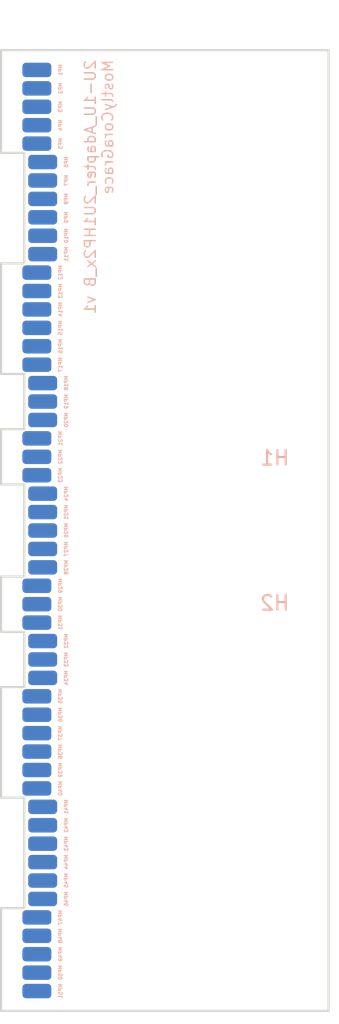
<source format=kicad_pcb>
(kicad_pcb (version 20240108) (generator "pcbnew") (generator_version "8.0")
  (layers (0 "F.Cu" signal) (31 "B.Cu" signal) (34 "B.Paste" user) (35 "F.Paste" user) (36 "B.SilkS" user "B.Silkscreen") (37 "F.SilkS" user "F.Silkscreen") (38 "B.Mask" user) (39 "F.Mask" user) (44 "Edge.Cuts" user))
  (net 0 "")
  (footprint "EXC:SolderWirePad_1x01_SMD_1x2mm" (layer "B.Cu") (at 2.47 26.67 -90)
    (property "Reference" "MP12" (at 0 -1.6256 90) (layer "B.SilkS") (effects (font (size 0.25 0.25) (thickness 0.06)) (justify mirror)))
    (property "Value" "Mechanical_Pad_Solder_Linkage")
    (pad "1" smd roundrect (at 0 0 270) (size 1 2) (layers "B.Cu" "B.Paste" "B.Mask"))
  )
  (footprint "EXC:SolderWirePad_1x01_SMD_1x2mm" (layer "B.Cu") (at 2.47 58.42 -90)
    (property "Reference" "MP37" (at 0 -1.6256 90) (layer "B.SilkS") (effects (font (size 0.25 0.25) (thickness 0.06)) (justify mirror)))
    (property "Value" "Mechanical_Pad_Solder_Linkage")
    (pad "1" smd roundrect (at 0 0 270) (size 1 2) (layers "B.Cu" "B.Paste" "B.Mask"))
  )
  (footprint "EXC:SolderWirePad_1x01_SMD_1x2mm" (layer "B.Cu") (at 2.47 60.96 -90)
    (property "Reference" "MP39" (at 0 -1.6256 90) (layer "B.SilkS") (effects (font (size 0.25 0.25) (thickness 0.06)) (justify mirror)))
    (property "Value" "Mechanical_Pad_Solder_Linkage")
    (pad "1" smd roundrect (at 0 0 270) (size 1 2) (layers "B.Cu" "B.Paste" "B.Mask"))
  )
  (footprint "EXC:SolderWirePad_1x01_SMD_1x2mm" (layer "B.Cu") (at 2.47 13.97 -90)
    (property "Reference" "MP2" (at 0 -1.6256 90) (layer "B.SilkS") (effects (font (size 0.25 0.25) (thickness 0.06)) (justify mirror)))
    (property "Value" "Mechanical_Pad_Solder_Linkage")
    (pad "1" smd roundrect (at 0 0 270) (size 1 2) (layers "B.Cu" "B.Paste" "B.Mask"))
  )
  (footprint "EXC:SolderWirePad_1x01_SMD_1x2mm" (layer "B.Cu") (at 2.47 76.2 -90)
    (property "Reference" "MP51" (at 0 -1.6256 90) (layer "B.SilkS") (effects (font (size 0.25 0.25) (thickness 0.06)) (justify mirror)))
    (property "Value" "Mechanical_Pad_Solder_Linkage" (hide yes))
    (pad "1" smd roundrect (at 0 0 270) (size 1 2) (layers "B.Cu" "B.Paste" "B.Mask"))
  )
  (footprint "EXC:SolderWirePad_1x01_SMD_1x2mm" (layer "B.Cu") (at 2.87 46.99 -90)
    (property "Reference" "MP28" (at 0 -1.6256 90) (layer "B.SilkS") (effects (font (size 0.25 0.25) (thickness 0.06)) (justify mirror)))
    (property "Value" "Mechanical_Pad_Solder_Linkage")
    (pad "1" smd roundrect (at 0 0 270) (size 1 2) (layers "B.Cu" "B.Paste" "B.Mask"))
  )
  (footprint "EXC:SolderWirePad_1x01_SMD_1x2mm" (layer "B.Cu") (at 2.87 63.5 -90)
    (property "Reference" "MP41" (at 0 -1.6256 90) (layer "B.SilkS") (effects (font (size 0.25 0.25) (thickness 0.06)) (justify mirror)))
    (property "Value" "Mechanical_Pad_Solder_Linkage")
    (pad "1" smd roundrect (at 0 0 270) (size 1 2) (layers "B.Cu" "B.Paste" "B.Mask"))
  )
  (footprint "EXC:SolderWirePad_1x01_SMD_1x2mm" (layer "B.Cu") (at 2.47 73.66 -90)
    (property "Reference" "MP49" (at 0 -1.6256 90) (layer "B.SilkS") (effects (font (size 0.25 0.25) (thickness 0.06)) (justify mirror)))
    (property "Value" "Mechanical_Pad_Solder_Linkage")
    (pad "1" smd roundrect (at 0 0 270) (size 1 2) (layers "B.Cu" "B.Paste" "B.Mask"))
  )
  (footprint "EXC:SolderWirePad_1x01_SMD_1x2mm" (layer "B.Cu") (at 2.87 68.58 -90)
    (property "Reference" "MP45" (at 0 -1.6256 90) (layer "B.SilkS") (effects (font (size 0.25 0.25) (thickness 0.06)) (justify mirror)))
    (property "Value" "Mechanical_Pad_Solder_Linkage")
    (pad "1" smd roundrect (at 0 0 270) (size 1 2) (layers "B.Cu" "B.Paste" "B.Mask"))
  )
  (footprint "EXC:SolderWirePad_1x01_SMD_1x2mm" (layer "B.Cu") (at 2.87 24.13 -90)
    (property "Reference" "MP10" (at 0 -1.6256 90) (layer "B.SilkS") (effects (font (size 0.25 0.25) (thickness 0.06)) (justify mirror)))
    (property "Value" "Mechanical_Pad_Solder_Linkage")
    (pad "1" smd roundrect (at 0 0 270) (size 1 2) (layers "B.Cu" "B.Paste" "B.Mask"))
  )
  (footprint "EXC:SolderWirePad_1x01_SMD_1x2mm" (layer "B.Cu") (at 2.47 40.64 -90)
    (property "Reference" "MP23" (at 0 -1.6256 90) (layer "B.SilkS") (effects (font (size 0.25 0.25) (thickness 0.06)) (justify mirror)))
    (property "Value" "Mechanical_Pad_Solder_Linkage")
    (pad "1" smd roundrect (at 0 0 270) (size 1 2) (layers "B.Cu" "B.Paste" "B.Mask"))
  )
  (footprint "EXC:SolderWirePad_1x01_SMD_1x2mm" (layer "B.Cu") (at 2.47 17.78 -90)
    (property "Reference" "MP5" (at 0 -1.6256 90) (layer "B.SilkS") (effects (font (size 0.25 0.25) (thickness 0.06)) (justify mirror)))
    (property "Value" "Mechanical_Pad_Solder_Linkage")
    (pad "1" smd roundrect (at 0 0 270) (size 1 2) (layers "B.Cu" "B.Paste" "B.Mask"))
  )
  (footprint "EXC:SolderWirePad_1x01_SMD_1x2mm" (layer "B.Cu") (at 2.87 44.45 -90)
    (property "Reference" "MP26" (at 0 -1.6256 90) (layer "B.SilkS") (effects (font (size 0.25 0.25) (thickness 0.06)) (justify mirror)))
    (property "Value" "Mechanical_Pad_Solder_Linkage")
    (pad "1" smd roundrect (at 0 0 270) (size 1 2) (layers "B.Cu" "B.Paste" "B.Mask"))
  )
  (footprint "EXC:SolderWirePad_1x01_SMD_1x2mm" (layer "B.Cu") (at 2.47 72.39 -90)
    (property "Reference" "MP48" (at 0 -1.6256 90) (layer "B.SilkS") (effects (font (size 0.25 0.25) (thickness 0.06)) (justify mirror)))
    (property "Value" "Mechanical_Pad_Solder_Linkage")
    (pad "1" smd roundrect (at 0 0 270) (size 1 2) (layers "B.Cu" "B.Paste" "B.Mask"))
  )
  (footprint "EXC:SolderWirePad_1x01_SMD_1x2mm" (layer "B.Cu") (at 2.47 29.21 -90)
    (property "Reference" "MP14" (at 0 -1.6256 90) (layer "B.SilkS") (effects (font (size 0.25 0.25) (thickness 0.06)) (justify mirror)))
    (property "Value" "Mechanical_Pad_Solder_Linkage")
    (pad "1" smd roundrect (at 0 0 270) (size 1 2) (layers "B.Cu" "B.Paste" "B.Mask"))
  )
  (footprint "EXC:SolderWirePad_1x01_SMD_1x2mm" (layer "B.Cu") (at 2.47 15.24 -90)
    (property "Reference" "MP3" (at 0 -1.6256 90) (layer "B.SilkS") (effects (font (size 0.25 0.25) (thickness 0.06)) (justify mirror)))
    (property "Value" "Mechanical_Pad_Solder_Linkage")
    (pad "1" smd roundrect (at 0 0 270) (size 1 2) (layers "B.Cu" "B.Paste" "B.Mask"))
  )
  (footprint "EXC:SolderWirePad_1x01_SMD_1x2mm" (layer "B.Cu") (at 2.47 62.23 -90)
    (property "Reference" "MP40" (at 0 -1.6256 90) (layer "B.SilkS") (effects (font (size 0.25 0.25) (thickness 0.06)) (justify mirror)))
    (property "Value" "Mechanical_Pad_Solder_Linkage")
    (pad "1" smd roundrect (at 0 0 270) (size 1 2) (layers "B.Cu" "B.Paste" "B.Mask"))
  )
  (footprint "EXC:SolderWirePad_1x01_SMD_1x2mm" (layer "B.Cu") (at 2.47 31.75 -90)
    (property "Reference" "MP16" (at 0 -1.6256 90) (layer "B.SilkS") (effects (font (size 0.25 0.25) (thickness 0.06)) (justify mirror)))
    (property "Value" "Mechanical_Pad_Solder_Linkage")
    (pad "1" smd roundrect (at 0 0 270) (size 1 2) (layers "B.Cu" "B.Paste" "B.Mask"))
  )
  (footprint "EXC:MountingHole_3.2mm_M3" (layer "B.Cu") (at 13.1 49.45 180)
    (property "Reference" "H2" (at -4.68 0 0) (layer "B.SilkS") (effects (justify right mirror)))
    (property "Value" "Eurorack_M3_MountingHole")
    (pad "" np_thru_hole oval (at 0 0 180) (size 7.8 5.2) (drill oval 7.8 5.2) (layers "F&B.Cu" "*.Mask"))
  )
  (footprint "EXC:SolderWirePad_1x01_SMD_1x2mm" (layer "B.Cu") (at 2.87 43.18 -90)
    (property "Reference" "MP25" (at 0 -1.6256 90) (layer "B.SilkS") (effects (font (size 0.25 0.25) (thickness 0.06)) (justify mirror)))
    (property "Value" "Mechanical_Pad_Solder_Linkage")
    (pad "1" smd roundrect (at 0 0 270) (size 1 2) (layers "B.Cu" "B.Paste" "B.Mask"))
  )
  (footprint "EXC:SolderWirePad_1x01_SMD_1x2mm" (layer "B.Cu") (at 2.47 74.93 -90)
    (property "Reference" "MP50" (at 0 -1.6256 90) (layer "B.SilkS") (effects (font (size 0.25 0.25) (thickness 0.06)) (justify mirror)))
    (property "Value" "Mechanical_Pad_Solder_Linkage" (hide yes))
    (pad "1" smd roundrect (at 0 0 270) (size 1 2) (layers "B.Cu" "B.Paste" "B.Mask"))
  )
  (footprint "EXC:SolderWirePad_1x01_SMD_1x2mm" (layer "B.Cu") (at 2.47 50.8 -90)
    (property "Reference" "MP31" (at 0 -1.6256 90) (layer "B.SilkS") (effects (font (size 0.25 0.25) (thickness 0.06)) (justify mirror)))
    (property "Value" "Mechanical_Pad_Solder_Linkage")
    (pad "1" smd roundrect (at 0 0 270) (size 1 2) (layers "B.Cu" "B.Paste" "B.Mask"))
  )
  (footprint "EXC:SolderWirePad_1x01_SMD_1x2mm" (layer "B.Cu") (at 2.87 35.56 -90)
    (property "Reference" "MP19" (at 0 -1.6256 90) (layer "B.SilkS") (effects (font (size 0.25 0.25) (thickness 0.06)) (justify mirror)))
    (property "Value" "Mechanical_Pad_Solder_Linkage")
    (pad "1" smd roundrect (at 0 0 270) (size 1 2) (layers "B.Cu" "B.Paste" "B.Mask"))
  )
  (footprint "EXC:SolderWirePad_1x01_SMD_1x2mm" (layer "B.Cu") (at 2.87 45.72 -90)
    (property "Reference" "MP27" (at 0 -1.6256 90) (layer "B.SilkS") (effects (font (size 0.25 0.25) (thickness 0.06)) (justify mirror)))
    (property "Value" "Mechanical_Pad_Solder_Linkage")
    (pad "1" smd roundrect (at 0 0 270) (size 1 2) (layers "B.Cu" "B.Paste" "B.Mask"))
  )
  (footprint "EXC:SolderWirePad_1x01_SMD_1x2mm" (layer "B.Cu") (at 2.47 71.12 -90)
    (property "Reference" "MP47" (at 0 -1.6256 90) (layer "B.SilkS") (effects (font (size 0.25 0.25) (thickness 0.06)) (justify mirror)))
    (property "Value" "Mechanical_Pad_Solder_Linkage")
    (pad "1" smd roundrect (at 0 0 270) (size 1 2) (layers "B.Cu" "B.Paste" "B.Mask"))
  )
  (footprint "EXC:SolderWirePad_1x01_SMD_1x2mm" (layer "B.Cu") (at 2.47 49.53 -90)
    (property "Reference" "MP30" (at 0 -1.6256 90) (layer "B.SilkS") (effects (font (size 0.25 0.25) (thickness 0.06)) (justify mirror)))
    (property "Value" "Mechanical_Pad_Solder_Linkage")
    (pad "1" smd roundrect (at 0 0 270) (size 1 2) (layers "B.Cu" "B.Paste" "B.Mask"))
  )
  (footprint "EXC:SolderWirePad_1x01_SMD_1x2mm" (layer "B.Cu") (at 2.47 30.48 -90)
    (property "Reference" "MP15" (at 0 -1.6256 90) (layer "B.SilkS") (effects (font (size 0.25 0.25) (thickness 0.06)) (justify mirror)))
    (property "Value" "Mechanical_Pad_Solder_Linkage")
    (pad "1" smd roundrect (at 0 0 270) (size 1 2) (layers "B.Cu" "B.Paste" "B.Mask"))
  )
  (footprint "EXC:SolderWirePad_1x01_SMD_1x2mm" (layer "B.Cu") (at 2.47 12.7 -90)
    (property "Reference" "MP1" (at 0 -1.6256 90) (layer "B.SilkS") (effects (font (size 0.25 0.25) (thickness 0.06)) (justify mirror)))
    (property "Value" "Mechanical_Pad_Solder_Linkage")
    (pad "1" smd roundrect (at 0 0 270) (size 1 2) (layers "B.Cu" "B.Paste" "B.Mask"))
  )
  (footprint "EXC:SolderWirePad_1x01_SMD_1x2mm" (layer "B.Cu") (at 2.87 36.83 -90)
    (property "Reference" "MP20" (at 0 -1.6256 90) (layer "B.SilkS") (effects (font (size 0.25 0.25) (thickness 0.06)) (justify mirror)))
    (property "Value" "Mechanical_Pad_Solder_Linkage")
    (pad "1" smd roundrect (at 0 0 270) (size 1 2) (layers "B.Cu" "B.Paste" "B.Mask"))
  )
  (footprint "EXC:SolderWirePad_1x01_SMD_1x2mm" (layer "B.Cu") (at 2.87 41.91 -90)
    (property "Reference" "MP24" (at 0 -1.6256 90) (layer "B.SilkS") (effects (font (size 0.25 0.25) (thickness 0.06)) (justify mirror)))
    (property "Value" "Mechanical_Pad_Solder_Linkage")
    (pad "1" smd roundrect (at 0 0 270) (size 1 2) (layers "B.Cu" "B.Paste" "B.Mask"))
  )
  (footprint "EXC:SolderWirePad_1x01_SMD_1x2mm" (layer "B.Cu") (at 2.47 39.37 -90)
    (property "Reference" "MP22" (at 0 -1.6256 90) (layer "B.SilkS") (effects (font (size 0.25 0.25) (thickness 0.06)) (justify mirror)))
    (property "Value" "Mechanical_Pad_Solder_Linkage")
    (pad "1" smd roundrect (at 0 0 270) (size 1 2) (layers "B.Cu" "B.Paste" "B.Mask"))
  )
  (footprint "EXC:SolderWirePad_1x01_SMD_1x2mm" (layer "B.Cu") (at 2.87 69.85 -90)
    (property "Reference" "MP46" (at 0 -1.6256 90) (layer "B.SilkS") (effects (font (size 0.25 0.25) (thickness 0.06)) (justify mirror)))
    (property "Value" "Mechanical_Pad_Solder_Linkage")
    (pad "1" smd roundrect (at 0 0 270) (size 1 2) (layers "B.Cu" "B.Paste" "B.Mask"))
  )
  (footprint "EXC:SolderWirePad_1x01_SMD_1x2mm" (layer "B.Cu") (at 2.87 67.31 -90)
    (property "Reference" "MP44" (at 0 -1.6256 90) (layer "B.SilkS") (effects (font (size 0.25 0.25) (thickness 0.06)) (justify mirror)))
    (property "Value" "Mechanical_Pad_Solder_Linkage")
    (pad "1" smd roundrect (at 0 0 270) (size 1 2) (layers "B.Cu" "B.Paste" "B.Mask"))
  )
  (footprint "EXC:SolderWirePad_1x01_SMD_1x2mm" (layer "B.Cu") (at 2.47 48.26 -90)
    (property "Reference" "MP29" (at 0 -1.6256 90) (layer "B.SilkS") (effects (font (size 0.25 0.25) (thickness 0.06)) (justify mirror)))
    (property "Value" "Mechanical_Pad_Solder_Linkage")
    (pad "1" smd roundrect (at 0 0 270) (size 1 2) (layers "B.Cu" "B.Paste" "B.Mask"))
  )
  (footprint "EXC:MountingHole_3.2mm_M3" (layer "B.Cu") (at 13.1 39.45 180)
    (property "Reference" "H1" (at -4.68 0 0) (layer "B.SilkS") (effects (justify right mirror)))
    (property "Value" "Eurorack_M3_MountingHole")
    (pad "" np_thru_hole oval (at 0 0 180) (size 7.8 5.2) (drill oval 7.8 5.2) (layers "F&B.Cu" "*.Mask"))
  )
  (footprint "EXC:SolderWirePad_1x01_SMD_1x2mm" (layer "B.Cu") (at 2.87 53.34 -90)
    (property "Reference" "MP33" (at 0 -1.6256 90) (layer "B.SilkS") (effects (font (size 0.25 0.25) (thickness 0.06)) (justify mirror)))
    (property "Value" "Mechanical_Pad_Solder_Linkage")
    (pad "1" smd roundrect (at 0 0 270) (size 1 2) (layers "B.Cu" "B.Paste" "B.Mask"))
  )
  (footprint "EXC:SolderWirePad_1x01_SMD_1x2mm" (layer "B.Cu") (at 2.87 64.77 -90)
    (property "Reference" "MP42" (at 0 -1.6256 90) (layer "B.SilkS") (effects (font (size 0.25 0.25) (thickness 0.06)) (justify mirror)))
    (property "Value" "Mechanical_Pad_Solder_Linkage")
    (pad "1" smd roundrect (at 0 0 270) (size 1 2) (layers "B.Cu" "B.Paste" "B.Mask"))
  )
  (footprint "EXC:SolderWirePad_1x01_SMD_1x2mm" (layer "B.Cu") (at 2.87 54.61 -90)
    (property "Reference" "MP34" (at 0 -1.6256 90) (layer "B.SilkS") (effects (font (size 0.25 0.25) (thickness 0.06)) (justify mirror)))
    (property "Value" "Mechanical_Pad_Solder_Linkage")
    (pad "1" smd roundrect (at 0 0 270) (size 1 2) (layers "B.Cu" "B.Paste" "B.Mask"))
  )
  (footprint "EXC:SolderWirePad_1x01_SMD_1x2mm" (layer "B.Cu") (at 2.87 21.59 -90)
    (property "Reference" "MP8" (at 0 -1.6256 90) (layer "B.SilkS") (effects (font (size 0.25 0.25) (thickness 0.06)) (justify mirror)))
    (property "Value" "Mechanical_Pad_Solder_Linkage")
    (pad "1" smd roundrect (at 0 0 270) (size 1 2) (layers "B.Cu" "B.Paste" "B.Mask"))
  )
  (footprint "EXC:SolderWirePad_1x01_SMD_1x2mm" (layer "B.Cu") (at 2.87 66.04 -90)
    (property "Reference" "MP43" (at 0 -1.6256 90) (layer "B.SilkS") (effects (font (size 0.25 0.25) (thickness 0.06)) (justify mirror)))
    (property "Value" "Mechanical_Pad_Solder_Linkage")
    (pad "1" smd roundrect (at 0 0 270) (size 1 2) (layers "B.Cu" "B.Paste" "B.Mask"))
  )
  (footprint "EXC:SolderWirePad_1x01_SMD_1x2mm" (layer "B.Cu") (at 2.47 38.1 -90)
    (property "Reference" "MP21" (at 0 -1.6256 90) (layer "B.SilkS") (effects (font (size 0.25 0.25) (thickness 0.06)) (justify mirror)))
    (property "Value" "Mechanical_Pad_Solder_Linkage")
    (pad "1" smd roundrect (at 0 0 270) (size 1 2) (layers "B.Cu" "B.Paste" "B.Mask"))
  )
  (footprint "EXC:SolderWirePad_1x01_SMD_1x2mm" (layer "B.Cu") (at 2.87 52.07 -90)
    (property "Reference" "MP32" (at 0 -1.6256 90) (layer "B.SilkS") (effects (font (size 0.25 0.25) (thickness 0.06)) (justify mirror)))
    (property "Value" "Mechanical_Pad_Solder_Linkage")
    (pad "1" smd roundrect (at 0 0 270) (size 1 2) (layers "B.Cu" "B.Paste" "B.Mask"))
  )
  (footprint "EXC:SolderWirePad_1x01_SMD_1x2mm" (layer "B.Cu") (at 2.87 20.32 -90)
    (property "Reference" "MP7" (at 0 -1.6256 90) (layer "B.SilkS") (effects (font (size 0.25 0.25) (thickness 0.06)) (justify mirror)))
    (property "Value" "Mechanical_Pad_Solder_Linkage")
    (pad "1" smd roundrect (at 0 0 270) (size 1 2) (layers "B.Cu" "B.Paste" "B.Mask"))
  )
  (footprint "EXC:SolderWirePad_1x01_SMD_1x2mm" (layer "B.Cu") (at 2.87 22.86 -90)
    (property "Reference" "MP9" (at 0 -1.6256 90) (layer "B.SilkS") (effects (font (size 0.25 0.25) (thickness 0.06)) (justify mirror)))
    (property "Value" "Mechanical_Pad_Solder_Linkage")
    (pad "1" smd roundrect (at 0 0 270) (size 1 2) (layers "B.Cu" "B.Paste" "B.Mask"))
  )
  (footprint "EXC:SolderWirePad_1x01_SMD_1x2mm" (layer "B.Cu") (at 2.87 25.4 -90)
    (property "Reference" "MP11" (at 0 -1.6256 90) (layer "B.SilkS") (effects (font (size 0.25 0.25) (thickness 0.06)) (justify mirror)))
    (property "Value" "Mechanical_Pad_Solder_Linkage")
    (pad "1" smd roundrect (at 0 0 270) (size 1 2) (layers "B.Cu" "B.Paste" "B.Mask"))
  )
  (footprint "EXC:SolderWirePad_1x01_SMD_1x2mm" (layer "B.Cu") (at 2.47 55.88 -90)
    (property "Reference" "MP35" (at 0 -1.6256 90) (layer "B.SilkS") (effects (font (size 0.25 0.25) (thickness 0.06)) (justify mirror)))
    (property "Value" "Mechanical_Pad_Solder_Linkage")
    (pad "1" smd roundrect (at 0 0 270) (size 1 2) (layers "B.Cu" "B.Paste" "B.Mask"))
  )
  (footprint "EXC:SolderWirePad_1x01_SMD_1x2mm" (layer "B.Cu") (at 2.47 57.15 -90)
    (property "Reference" "MP36" (at 0 -1.6256 90) (layer "B.SilkS") (effects (font (size 0.25 0.25) (thickness 0.06)) (justify mirror)))
    (property "Value" "Mechanical_Pad_Solder_Linkage")
    (pad "1" smd roundrect (at 0 0 270) (size 1 2) (layers "B.Cu" "B.Paste" "B.Mask"))
  )
  (footprint "EXC:SolderWirePad_1x01_SMD_1x2mm" (layer "B.Cu") (at 2.47 16.51 -90)
    (property "Reference" "MP4" (at 0 -1.6256 90) (layer "B.SilkS") (effects (font (size 0.25 0.25) (thickness 0.06)) (justify mirror)))
    (property "Value" "Mechanical_Pad_Solder_Linkage")
    (pad "1" smd roundrect (at 0 0 270) (size 1 2) (layers "B.Cu" "B.Paste" "B.Mask"))
  )
  (footprint "EXC:SolderWirePad_1x01_SMD_1x2mm" (layer "B.Cu") (at 2.87 34.29 -90)
    (property "Reference" "MP18" (at 0 -1.6256 90) (layer "B.SilkS") (effects (font (size 0.25 0.25) (thickness 0.06)) (justify mirror)))
    (property "Value" "Mechanical_Pad_Solder_Linkage")
    (pad "1" smd roundrect (at 0 0 270) (size 1 2) (layers "B.Cu" "B.Paste" "B.Mask"))
  )
  (footprint "EXC:SolderWirePad_1x01_SMD_1x2mm" (layer "B.Cu") (at 2.47 27.94 -90)
    (property "Reference" "MP13" (at 0 -1.6256 90) (layer "B.SilkS") (effects (font (size 0.25 0.25) (thickness 0.06)) (justify mirror)))
    (property "Value" "Mechanical_Pad_Solder_Linkage")
    (pad "1" smd roundrect (at 0 0 270) (size 1 2) (layers "B.Cu" "B.Paste" "B.Mask"))
  )
  (footprint "EXC:SolderWirePad_1x01_SMD_1x2mm" (layer "B.Cu") (at 2.47 59.69 -90)
    (property "Reference" "MP38" (at 0 -1.6256 90) (layer "B.SilkS") (effects (font (size 0.25 0.25) (thickness 0.06)) (justify mirror)))
    (property "Value" "Mechanical_Pad_Solder_Linkage")
    (pad "1" smd roundrect (at 0 0 270) (size 1 2) (layers "B.Cu" "B.Paste" "B.Mask"))
  )
  (footprint "EXC:SolderWirePad_1x01_SMD_1x2mm" (layer "B.Cu") (at 2.87 19.05 -90)
    (property "Reference" "MP6" (at 0 -1.6256 90) (layer "B.SilkS") (effects (font (size 0.25 0.25) (thickness 0.06)) (justify mirror)))
    (property "Value" "Mechanical_Pad_Solder_Linkage")
    (pad "1" smd roundrect (at 0 0 270) (size 1 2) (layers "B.Cu" "B.Paste" "B.Mask"))
  )
  (footprint "EXC:SolderWirePad_1x01_SMD_1x2mm" (layer "B.Cu") (at 2.47 33.02 -90)
    (property "Reference" "MP17" (at 0 -1.6256 90) (layer "B.SilkS") (effects (font (size 0.25 0.25) (thickness 0.06)) (justify mirror)))
    (property "Value" "Mechanical_Pad_Solder_Linkage")
    (pad "1" smd roundrect (at 0 0 270) (size 1 2) (layers "B.Cu" "B.Paste" "B.Mask"))
  )
  (gr_line (start 22.6 11.337) (end 22.6 77.563) (stroke (width 0.15)) (layer "Edge.Cuts"))
  (gr_line (start 0 70.485) (end 1.6 70.485) (stroke (width 0.15)) (layer "Edge.Cuts"))
  (gr_line (start 1.6 51.435) (end 1.6 55.245) (stroke (width 0.15)) (layer "Edge.Cuts"))
  (gr_line (start 1.6 41.275) (end 1.6 47.625) (stroke (width 0.15)) (layer "Edge.Cuts"))
  (gr_line (start 0 62.865) (end 1.6 62.865) (stroke (width 0.15)) (layer "Edge.Cuts"))
  (gr_line (start 0 18.415) (end 1.6 18.415) (stroke (width 0.15)) (layer "Edge.Cuts"))
  (gr_line (start 0 26.035) (end 0 33.655) (stroke (width 0.15)) (layer "Edge.Cuts"))
  (gr_line (start 0 37.465) (end 0 41.275) (stroke (width 0.15)) (layer "Edge.Cuts"))
  (gr_line (start 1.6 33.655) (end 1.6 37.465) (stroke (width 0.15)) (layer "Edge.Cuts"))
  (gr_line (start 0 70.485) (end 0 77.563) (stroke (width 0.15)) (layer "Edge.Cuts"))
  (gr_line (start 0 47.625) (end 0 51.435) (stroke (width 0.15)) (layer "Edge.Cuts"))
  (gr_line (start 0 77.563) (end 22.6 77.563) (stroke (width 0.15)) (layer "Edge.Cuts"))
  (gr_line (start 0 55.245) (end 1.6 55.245) (stroke (width 0.15)) (layer "Edge.Cuts"))
  (gr_line (start 0 33.655) (end 1.6 33.655) (stroke (width 0.15)) (layer "Edge.Cuts"))
  (gr_line (start 0 55.245) (end 0 62.865) (stroke (width 0.15)) (layer "Edge.Cuts"))
  (gr_line (start 0 41.275) (end 1.6 41.275) (stroke (width 0.15)) (layer "Edge.Cuts"))
  (gr_line (start 1.6 62.865) (end 1.6 70.485) (stroke (width 0.15)) (layer "Edge.Cuts"))
  (gr_line (start 0 11.337) (end 22.6 11.337) (stroke (width 0.15)) (layer "Edge.Cuts"))
  (gr_line (start 0 47.625) (end 1.6 47.625) (stroke (width 0.15)) (layer "Edge.Cuts"))
  (gr_line (start 0 26.035) (end 1.6 26.035) (stroke (width 0.15)) (layer "Edge.Cuts"))
  (gr_line (start 0 11.337) (end 0 18.415) (stroke (width 0.15)) (layer "Edge.Cuts"))
  (gr_line (start 1.6 18.415) (end 1.6 26.035) (stroke (width 0.15)) (layer "Edge.Cuts"))
  (gr_line (start 0 51.435) (end 1.6 51.435) (stroke (width 0.15)) (layer "Edge.Cuts"))
  (gr_line (start 0 37.465) (end 1.6 37.465) (stroke (width 0.15)) (layer "Edge.Cuts"))
  (gr_text "2U-1U_Adapter_2U1HP2x_B v1\nMostlyCoraGrace" (at 5.715 11.938 90) (layer "B.SilkS") (effects (font (size 0.75 0.75) (thickness 0.1)) (justify left top mirror)))
)
</source>
